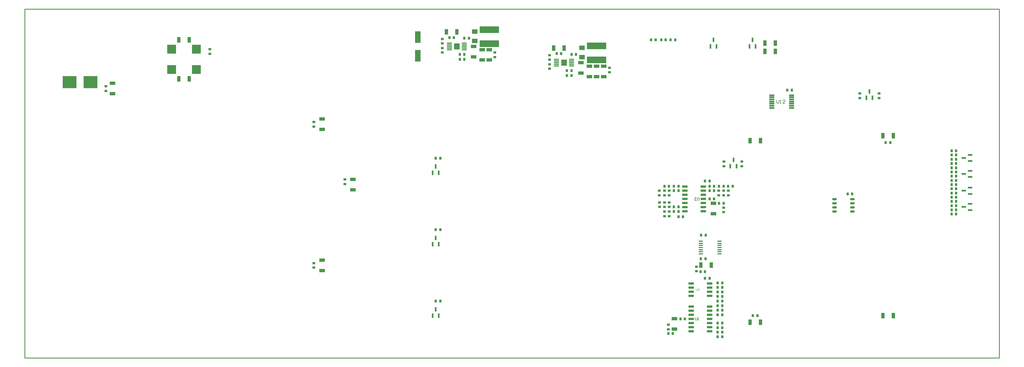
<source format=gtp>
G04 Layer_Color=10723209*
%FSLAX43Y43*%
%MOMM*%
G71*
G01*
G75*
%ADD10R,2.700X2.700*%
%ADD11O,1.400X0.350*%
%ADD12R,6.000X2.000*%
%ADD13R,0.600X1.350*%
%ADD14O,1.450X0.650*%
%ADD15R,1.800X1.340*%
%ADD16R,0.800X0.900*%
G04:AMPARAMS|DCode=17|XSize=0.45mm|YSize=1.6mm|CornerRadius=0.05mm|HoleSize=0mm|Usage=FLASHONLY|Rotation=90.000|XOffset=0mm|YOffset=0mm|HoleType=Round|Shape=RoundedRectangle|*
%AMROUNDEDRECTD17*
21,1,0.450,1.501,0,0,90.0*
21,1,0.351,1.600,0,0,90.0*
1,1,0.099,0.750,0.175*
1,1,0.099,0.750,-0.175*
1,1,0.099,-0.750,-0.175*
1,1,0.099,-0.750,0.175*
%
%ADD17ROUNDEDRECTD17*%
%ADD18R,4.240X3.810*%
%ADD19R,1.800X3.550*%
G04:AMPARAMS|DCode=21|XSize=0.65mm|YSize=1.65mm|CornerRadius=0.049mm|HoleSize=0mm|Usage=FLASHONLY|Rotation=270.000|XOffset=0mm|YOffset=0mm|HoleType=Round|Shape=RoundedRectangle|*
%AMROUNDEDRECTD21*
21,1,0.650,1.552,0,0,270.0*
21,1,0.552,1.650,0,0,270.0*
1,1,0.098,-0.776,-0.276*
1,1,0.098,-0.776,0.276*
1,1,0.098,0.776,0.276*
1,1,0.098,0.776,-0.276*
%
%ADD21ROUNDEDRECTD21*%
%ADD22R,1.700X1.000*%
%ADD23R,1.000X1.700*%
G04:AMPARAMS|DCode=24|XSize=0.3mm|YSize=1.55mm|CornerRadius=0.05mm|HoleSize=0mm|Usage=FLASHONLY|Rotation=90.000|XOffset=0mm|YOffset=0mm|HoleType=Round|Shape=RoundedRectangle|*
%AMROUNDEDRECTD24*
21,1,0.300,1.451,0,0,90.0*
21,1,0.201,1.550,0,0,90.0*
1,1,0.099,0.726,0.101*
1,1,0.099,0.726,-0.101*
1,1,0.099,-0.726,-0.101*
1,1,0.099,-0.726,0.101*
%
%ADD24ROUNDEDRECTD24*%
G04:AMPARAMS|DCode=25|XSize=1.73mm|YSize=1.9mm|CornerRadius=0.052mm|HoleSize=0mm|Usage=FLASHONLY|Rotation=0.000|XOffset=0mm|YOffset=0mm|HoleType=Round|Shape=RoundedRectangle|*
%AMROUNDEDRECTD25*
21,1,1.730,1.796,0,0,0.0*
21,1,1.626,1.900,0,0,0.0*
1,1,0.104,0.813,-0.898*
1,1,0.104,-0.813,-0.898*
1,1,0.104,-0.813,0.898*
1,1,0.104,0.813,0.898*
%
%ADD25ROUNDEDRECTD25*%
%ADD26R,0.900X0.800*%
%ADD27R,1.350X0.600*%
%ADD30C,0.150*%
%ADD35C,0.254*%
%ADD36C,0.178*%
%ADD37C,0.100*%
D10*
X45190Y88890D02*
D03*
X52810D02*
D03*
Y95110D02*
D03*
X45190D02*
D03*
D11*
X208125Y35950D02*
D03*
Y35300D02*
D03*
Y34650D02*
D03*
Y34000D02*
D03*
Y33350D02*
D03*
Y32700D02*
D03*
Y32050D02*
D03*
X213875Y35950D02*
D03*
Y35300D02*
D03*
Y34650D02*
D03*
Y34000D02*
D03*
Y33350D02*
D03*
Y32700D02*
D03*
Y32050D02*
D03*
D12*
X143000Y96850D02*
D03*
Y101150D02*
D03*
X176000Y91850D02*
D03*
Y96150D02*
D03*
D13*
X125550Y57025D02*
D03*
X127450D02*
D03*
X126500Y58975D02*
D03*
X259050Y80125D02*
D03*
X260950D02*
D03*
X260000Y82075D02*
D03*
X211050Y96025D02*
D03*
X212950D02*
D03*
X212000Y97975D02*
D03*
X223050Y96025D02*
D03*
X224950D02*
D03*
X224000Y97975D02*
D03*
X217180Y59095D02*
D03*
X219080D02*
D03*
X218130Y61045D02*
D03*
X125550Y13025D02*
D03*
X127450D02*
D03*
X126500Y14975D02*
D03*
X125550Y35025D02*
D03*
X127450D02*
D03*
X126500Y36975D02*
D03*
D14*
X254725Y45095D02*
D03*
Y46365D02*
D03*
Y47635D02*
D03*
Y48905D02*
D03*
X249275Y45095D02*
D03*
Y46365D02*
D03*
Y47635D02*
D03*
Y48905D02*
D03*
D15*
X138500Y100530D02*
D03*
Y97670D02*
D03*
X171500Y95530D02*
D03*
Y92670D02*
D03*
D16*
X209400Y54500D02*
D03*
X210800D02*
D03*
X215100Y47600D02*
D03*
X213700D02*
D03*
X210800Y24500D02*
D03*
X209400D02*
D03*
X285300Y44300D02*
D03*
X286700D02*
D03*
X285300Y48200D02*
D03*
X286700D02*
D03*
X285300Y49500D02*
D03*
X286700D02*
D03*
X285300Y53400D02*
D03*
X286700D02*
D03*
X285300Y54700D02*
D03*
X286700D02*
D03*
X285300Y58600D02*
D03*
X286700D02*
D03*
X285300Y59900D02*
D03*
X286700D02*
D03*
X285300Y63800D02*
D03*
X286700D02*
D03*
Y62500D02*
D03*
X285300D02*
D03*
X286700Y61200D02*
D03*
X285300D02*
D03*
X286700Y57300D02*
D03*
X285300D02*
D03*
X286700Y56000D02*
D03*
X285300D02*
D03*
X214700Y16100D02*
D03*
X213300D02*
D03*
Y13300D02*
D03*
X214700D02*
D03*
X214700Y21700D02*
D03*
X213300D02*
D03*
Y18900D02*
D03*
X214700D02*
D03*
X214700Y7900D02*
D03*
X213300D02*
D03*
Y10700D02*
D03*
X214700D02*
D03*
X203200Y12000D02*
D03*
X201800D02*
D03*
X208200Y37800D02*
D03*
X209600D02*
D03*
X196900Y52900D02*
D03*
X198300D02*
D03*
X215100D02*
D03*
X213700D02*
D03*
X208000Y26600D02*
D03*
X209400D02*
D03*
X208100Y30500D02*
D03*
X209500D02*
D03*
X210800Y49000D02*
D03*
X212200D02*
D03*
X225530Y12970D02*
D03*
X224130D02*
D03*
X265030Y66370D02*
D03*
X266430D02*
D03*
X254700Y50500D02*
D03*
X253300D02*
D03*
X168300Y93500D02*
D03*
X169700D02*
D03*
X163700Y93800D02*
D03*
X165100D02*
D03*
X135300Y98500D02*
D03*
X136700D02*
D03*
X132100Y98700D02*
D03*
X130700D02*
D03*
X192800Y98000D02*
D03*
X194200D02*
D03*
X236100Y82500D02*
D03*
X234700D02*
D03*
X198100Y7500D02*
D03*
X199500D02*
D03*
X214700Y17500D02*
D03*
X213300D02*
D03*
Y14700D02*
D03*
X214700D02*
D03*
X214700Y23100D02*
D03*
X213300D02*
D03*
Y20300D02*
D03*
X214700D02*
D03*
X214700Y6500D02*
D03*
X213300D02*
D03*
X213300Y9300D02*
D03*
X214700D02*
D03*
X199800Y45100D02*
D03*
X201200D02*
D03*
Y46500D02*
D03*
X199800D02*
D03*
X126500Y17500D02*
D03*
X127900D02*
D03*
X199800Y52900D02*
D03*
X201200D02*
D03*
Y51500D02*
D03*
X199800D02*
D03*
X126500Y39500D02*
D03*
X127900D02*
D03*
X216500Y52900D02*
D03*
X217900D02*
D03*
X212200D02*
D03*
X210800D02*
D03*
Y51500D02*
D03*
X212200D02*
D03*
X126500Y61500D02*
D03*
X127900D02*
D03*
X166900Y87000D02*
D03*
X168300D02*
D03*
Y88500D02*
D03*
X166900D02*
D03*
X133900Y92000D02*
D03*
X135300D02*
D03*
Y93500D02*
D03*
X133900D02*
D03*
X285300Y45600D02*
D03*
X286700D02*
D03*
X285300Y46900D02*
D03*
X286700D02*
D03*
X285300Y50800D02*
D03*
X286700D02*
D03*
X285300Y52100D02*
D03*
X286700D02*
D03*
X195900Y98000D02*
D03*
X197300D02*
D03*
X200200D02*
D03*
X198800D02*
D03*
X202600Y43500D02*
D03*
X201200D02*
D03*
D17*
X236050Y77050D02*
D03*
Y77700D02*
D03*
Y78350D02*
D03*
Y79000D02*
D03*
Y79650D02*
D03*
Y80300D02*
D03*
Y80950D02*
D03*
X229950Y77050D02*
D03*
Y77700D02*
D03*
Y78350D02*
D03*
Y79000D02*
D03*
Y79650D02*
D03*
Y80300D02*
D03*
Y80950D02*
D03*
D18*
X20185Y85000D02*
D03*
X13815D02*
D03*
D19*
X121000Y93125D02*
D03*
Y98875D02*
D03*
D21*
X203175Y52810D02*
D03*
Y51540D02*
D03*
Y50270D02*
D03*
Y49000D02*
D03*
Y47730D02*
D03*
Y46460D02*
D03*
Y45190D02*
D03*
X208825Y52810D02*
D03*
Y51540D02*
D03*
Y50270D02*
D03*
Y49000D02*
D03*
Y47730D02*
D03*
Y46460D02*
D03*
Y45190D02*
D03*
X210825Y19095D02*
D03*
Y20365D02*
D03*
Y21635D02*
D03*
Y22905D02*
D03*
X205175Y19095D02*
D03*
Y20365D02*
D03*
Y21635D02*
D03*
Y22905D02*
D03*
X210825Y8190D02*
D03*
Y9460D02*
D03*
Y10730D02*
D03*
Y12000D02*
D03*
Y13270D02*
D03*
Y14540D02*
D03*
Y15810D02*
D03*
X205175Y8190D02*
D03*
Y9460D02*
D03*
Y10730D02*
D03*
Y12000D02*
D03*
Y13270D02*
D03*
Y14540D02*
D03*
Y15810D02*
D03*
D22*
X143000Y91800D02*
D03*
Y95000D02*
D03*
X200000Y12100D02*
D03*
Y8900D02*
D03*
X91500Y30100D02*
D03*
Y26900D02*
D03*
X101000Y51800D02*
D03*
Y55000D02*
D03*
X91500Y73600D02*
D03*
Y70400D02*
D03*
X212000Y44400D02*
D03*
Y47600D02*
D03*
X27000Y81400D02*
D03*
Y84600D02*
D03*
X173800Y86700D02*
D03*
Y89900D02*
D03*
X176000Y86700D02*
D03*
Y89900D02*
D03*
X178200Y86700D02*
D03*
Y89900D02*
D03*
X140800Y91800D02*
D03*
Y95000D02*
D03*
X171200Y87800D02*
D03*
Y91000D02*
D03*
X138200Y92800D02*
D03*
Y96000D02*
D03*
D23*
X227800Y97000D02*
D03*
X231000D02*
D03*
X211300Y28600D02*
D03*
X208100D02*
D03*
X223230Y10970D02*
D03*
X226430D02*
D03*
X267330Y68470D02*
D03*
X264130D02*
D03*
Y12970D02*
D03*
X267330D02*
D03*
X226430Y66970D02*
D03*
X223230D02*
D03*
X166000Y95500D02*
D03*
X162800D02*
D03*
X133000Y100500D02*
D03*
X129800D02*
D03*
X47400Y98000D02*
D03*
X50600D02*
D03*
X47400Y86000D02*
D03*
X50600D02*
D03*
X227800Y94500D02*
D03*
X231000D02*
D03*
D24*
X135325Y95000D02*
D03*
Y95500D02*
D03*
Y96000D02*
D03*
Y96500D02*
D03*
X130675Y95000D02*
D03*
Y95500D02*
D03*
Y96000D02*
D03*
Y96500D02*
D03*
Y97000D02*
D03*
X135325D02*
D03*
X168325Y90000D02*
D03*
Y90500D02*
D03*
Y91000D02*
D03*
Y91500D02*
D03*
X163675Y90000D02*
D03*
Y90500D02*
D03*
Y91000D02*
D03*
Y91500D02*
D03*
Y92000D02*
D03*
X168325D02*
D03*
D25*
X133000Y96000D02*
D03*
X166000Y91000D02*
D03*
D26*
X198100Y8800D02*
D03*
Y10200D02*
D03*
X198400Y45100D02*
D03*
Y43700D02*
D03*
Y47900D02*
D03*
Y46500D02*
D03*
X89000Y27800D02*
D03*
Y29200D02*
D03*
X198400Y50100D02*
D03*
Y51500D02*
D03*
X98500Y55000D02*
D03*
Y53600D02*
D03*
X213600Y50100D02*
D03*
Y51500D02*
D03*
X89000Y71300D02*
D03*
Y72700D02*
D03*
X215100Y46300D02*
D03*
Y44900D02*
D03*
X215230Y59070D02*
D03*
Y60470D02*
D03*
X220730Y59070D02*
D03*
Y60470D02*
D03*
X25000Y83700D02*
D03*
Y82300D02*
D03*
X57000Y95100D02*
D03*
Y93700D02*
D03*
X180000Y89400D02*
D03*
Y88000D02*
D03*
X161500Y90500D02*
D03*
Y89100D02*
D03*
X144700Y92700D02*
D03*
Y94100D02*
D03*
X128500Y94100D02*
D03*
Y95500D02*
D03*
X206700Y26700D02*
D03*
Y28100D02*
D03*
X196900Y45100D02*
D03*
Y43700D02*
D03*
Y47900D02*
D03*
Y46500D02*
D03*
X195300Y51500D02*
D03*
Y50100D02*
D03*
X196900D02*
D03*
Y51500D02*
D03*
X215100Y50100D02*
D03*
Y51500D02*
D03*
X161500Y91900D02*
D03*
Y93300D02*
D03*
X128500Y96900D02*
D03*
Y98300D02*
D03*
X263000Y80100D02*
D03*
Y81500D02*
D03*
X257000Y80100D02*
D03*
Y81500D02*
D03*
X195400Y46500D02*
D03*
Y47900D02*
D03*
X216600Y51500D02*
D03*
Y50100D02*
D03*
D27*
X290975Y45550D02*
D03*
Y47450D02*
D03*
X289025Y46500D02*
D03*
X290975Y50550D02*
D03*
Y52450D02*
D03*
X289025Y51500D02*
D03*
X290975Y55750D02*
D03*
Y57650D02*
D03*
X289025Y56700D02*
D03*
X290975Y60650D02*
D03*
Y62550D02*
D03*
X289025Y61600D02*
D03*
D30*
X207575Y48525D02*
Y49192D01*
X207442Y49325D01*
X207175D01*
X207042Y49192D01*
Y48525D01*
X206242Y49325D02*
X206775D01*
X206242Y48792D01*
Y48659D01*
X206375Y48525D01*
X206642D01*
X206775Y48659D01*
X206425Y12475D02*
Y11808D01*
X206558Y11675D01*
X206825D01*
X206958Y11808D01*
Y12475D01*
X207225Y11675D02*
X207491D01*
X207358D01*
Y12475D01*
X207225Y12341D01*
D35*
X0Y0D02*
Y107500D01*
X300000D01*
Y0D02*
Y107500D01*
X0Y0D02*
X300000D01*
D36*
X231476Y79508D02*
Y78661D01*
X231645Y78492D01*
X231984D01*
X232153Y78661D01*
Y79508D01*
X232492Y78492D02*
X232830D01*
X232661D01*
Y79508D01*
X232492Y79338D01*
X234015Y78492D02*
X233338D01*
X234015Y79169D01*
Y79338D01*
X233846Y79508D01*
X233507D01*
X233338Y79338D01*
D37*
X206603Y21346D02*
Y20846D01*
X206703Y20746D01*
X206903D01*
X207003Y20846D01*
Y21346D01*
X207203Y21246D02*
X207303Y21346D01*
X207503D01*
X207603Y21246D01*
Y21146D01*
X207503Y21046D01*
X207403D01*
X207503D01*
X207603Y20946D01*
Y20846D01*
X207503Y20746D01*
X207303D01*
X207203Y20846D01*
M02*

</source>
